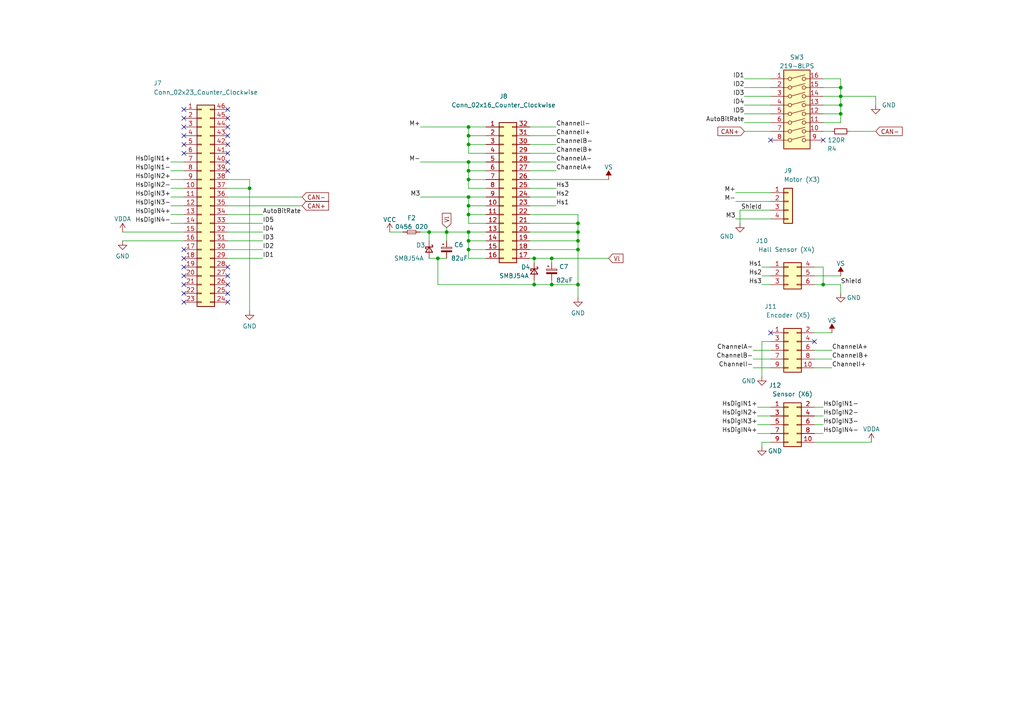
<source format=kicad_sch>
(kicad_sch (version 20211123) (generator eeschema)
  (paper "A4")
  (lib_symbols
    (symbol "Connector_Generic:Conn_01x04" (pin_names (offset 1.016) hide)
      (property "Reference" "J" (at 0 5.08 0))
      (property "Value" "Conn_01x04" (at 0 -7.62 0))
      (symbol "Conn_01x04_1_1"
        (rectangle (start -1.27 -4.953) (end 0 -5.207) (stroke (width 0.1524)))
        (rectangle (start -1.27 -2.413) (end 0 -2.667) (stroke (width 0.1524)))
        (rectangle (start -1.27 0.127) (end 0 -0.127) (stroke (width 0.1524)))
        (rectangle (start -1.27 2.667) (end 0 2.413) (stroke (width 0.1524)))
        (rectangle (start -1.27 3.81) (end 1.27 -6.35) (stroke (width 0.254)) (fill (type background)))
        (pin passive line (at -5.08 2.54 0) (length 3.81) (name "Pin_1") (number "1"))
        (pin passive line (at -5.08 0 0) (length 3.81) (name "Pin_2") (number "2"))
        (pin passive line (at -5.08 -2.54 0) (length 3.81) (name "Pin_3") (number "3"))
        (pin passive line (at -5.08 -5.08 0) (length 3.81) (name "Pin_4") (number "4"))
      )
    )
    (symbol "Connector_Generic:Conn_02x03_Top_Bottom" (pin_names (offset 1.016) hide)
      (property "Reference" "J" (at 1.27 5.08 0))
      (property "Value" "Conn_02x03_Top_Bottom" (at 1.27 -5.08 0))
      (symbol "Conn_02x03_Top_Bottom_1_1"
        (rectangle (start -1.27 -2.413) (end 0 -2.667) (stroke (width 0.1524)))
        (rectangle (start -1.27 0.127) (end 0 -0.127) (stroke (width 0.1524)))
        (rectangle (start -1.27 2.667) (end 0 2.413) (stroke (width 0.1524)))
        (rectangle (start -1.27 3.81) (end 3.81 -3.81) (stroke (width 0.254)) (fill (type background)))
        (rectangle (start 3.81 -2.413) (end 2.54 -2.667) (stroke (width 0.1524)))
        (rectangle (start 3.81 0.127) (end 2.54 -0.127) (stroke (width 0.1524)))
        (rectangle (start 3.81 2.667) (end 2.54 2.413) (stroke (width 0.1524)))
        (pin passive line (at -5.08 2.54 0) (length 3.81) (name "Pin_1") (number "1"))
        (pin passive line (at -5.08 0 0) (length 3.81) (name "Pin_2") (number "2"))
        (pin passive line (at -5.08 -2.54 0) (length 3.81) (name "Pin_3") (number "3"))
        (pin passive line (at 7.62 2.54 180) (length 3.81) (name "Pin_4") (number "4"))
        (pin passive line (at 7.62 0 180) (length 3.81) (name "Pin_5") (number "5"))
        (pin passive line (at 7.62 -2.54 180) (length 3.81) (name "Pin_6") (number "6"))
      )
    )
    (symbol "Connector_Generic:Conn_02x05_Odd_Even" (pin_names (offset 1.016) hide)
      (property "Reference" "J" (at 1.27 7.62 0))
      (property "Value" "Conn_02x05_Odd_Even" (at 1.27 -7.62 0))
      (symbol "Conn_02x05_Odd_Even_1_1"
        (rectangle (start -1.27 -4.953) (end 0 -5.207) (stroke (width 0.1524)))
        (rectangle (start -1.27 -2.413) (end 0 -2.667) (stroke (width 0.1524)))
        (rectangle (start -1.27 0.127) (end 0 -0.127) (stroke (width 0.1524)))
        (rectangle (start -1.27 2.667) (end 0 2.413) (stroke (width 0.1524)))
        (rectangle (start -1.27 5.207) (end 0 4.953) (stroke (width 0.1524)))
        (rectangle (start -1.27 6.35) (end 3.81 -6.35) (stroke (width 0.254)) (fill (type background)))
        (rectangle (start 3.81 -4.953) (end 2.54 -5.207) (stroke (width 0.1524)))
        (rectangle (start 3.81 -2.413) (end 2.54 -2.667) (stroke (width 0.1524)))
        (rectangle (start 3.81 0.127) (end 2.54 -0.127) (stroke (width 0.1524)))
        (rectangle (start 3.81 2.667) (end 2.54 2.413) (stroke (width 0.1524)))
        (rectangle (start 3.81 5.207) (end 2.54 4.953) (stroke (width 0.1524)))
        (pin passive line (at -5.08 5.08 0) (length 3.81) (name "Pin_1") (number "1"))
        (pin passive line (at 7.62 -5.08 180) (length 3.81) (name "Pin_10") (number "10"))
        (pin passive line (at 7.62 5.08 180) (length 3.81) (name "Pin_2") (number "2"))
        (pin passive line (at -5.08 2.54 0) (length 3.81) (name "Pin_3") (number "3"))
        (pin passive line (at 7.62 2.54 180) (length 3.81) (name "Pin_4") (number "4"))
        (pin passive line (at -5.08 0 0) (length 3.81) (name "Pin_5") (number "5"))
        (pin passive line (at 7.62 0 180) (length 3.81) (name "Pin_6") (number "6"))
        (pin passive line (at -5.08 -2.54 0) (length 3.81) (name "Pin_7") (number "7"))
        (pin passive line (at 7.62 -2.54 180) (length 3.81) (name "Pin_8") (number "8"))
        (pin passive line (at -5.08 -5.08 0) (length 3.81) (name "Pin_9") (number "9"))
      )
    )
    (symbol "Connector_Generic:Conn_02x16_Counter_Clockwise" (pin_names (offset 1.016) hide)
      (property "Reference" "J" (at 1.27 20.32 0))
      (property "Value" "Conn_02x16_Counter_Clockwise" (at 1.27 -22.86 0))
      (symbol "Conn_02x16_Counter_Clockwise_1_1"
        (rectangle (start -1.27 -20.193) (end 0 -20.447) (stroke (width 0.1524)))
        (rectangle (start -1.27 -17.653) (end 0 -17.907) (stroke (width 0.1524)))
        (rectangle (start -1.27 -15.113) (end 0 -15.367) (stroke (width 0.1524)))
        (rectangle (start -1.27 -12.573) (end 0 -12.827) (stroke (width 0.1524)))
        (rectangle (start -1.27 -10.033) (end 0 -10.287) (stroke (width 0.1524)))
        (rectangle (start -1.27 -7.493) (end 0 -7.747) (stroke (width 0.1524)))
        (rectangle (start -1.27 -4.953) (end 0 -5.207) (stroke (width 0.1524)))
        (rectangle (start -1.27 -2.413) (end 0 -2.667) (stroke (width 0.1524)))
        (rectangle (start -1.27 0.127) (end 0 -0.127) (stroke (width 0.1524)))
        (rectangle (start -1.27 2.667) (end 0 2.413) (stroke (width 0.1524)))
        (rectangle (start -1.27 5.207) (end 0 4.953) (stroke (width 0.1524)))
        (rectangle (start -1.27 7.747) (end 0 7.493) (stroke (width 0.1524)))
        (rectangle (start -1.27 10.287) (end 0 10.033) (stroke (width 0.1524)))
        (rectangle (start -1.27 12.827) (end 0 12.573) (stroke (width 0.1524)))
        (rectangle (start -1.27 15.367) (end 0 15.113) (stroke (width 0.1524)))
        (rectangle (start -1.27 17.907) (end 0 17.653) (stroke (width 0.1524)))
        (rectangle (start -1.27 19.05) (end 3.81 -21.59) (stroke (width 0.254)) (fill (type background)))
        (rectangle (start 3.81 -20.193) (end 2.54 -20.447) (stroke (width 0.1524)))
        (rectangle (start 3.81 -17.653) (end 2.54 -17.907) (stroke (width 0.1524)))
        (rectangle (start 3.81 -15.113) (end 2.54 -15.367) (stroke (width 0.1524)))
        (rectangle (start 3.81 -12.573) (end 2.54 -12.827) (stroke (width 0.1524)))
        (rectangle (start 3.81 -10.033) (end 2.54 -10.287) (stroke (width 0.1524)))
        (rectangle (start 3.81 -7.493) (end 2.54 -7.747) (stroke (width 0.1524)))
        (rectangle (start 3.81 -4.953) (end 2.54 -5.207) (stroke (width 0.1524)))
        (rectangle (start 3.81 -2.413) (end 2.54 -2.667) (stroke (width 0.1524)))
        (rectangle (start 3.81 0.127) (end 2.54 -0.127) (stroke (width 0.1524)))
        (rectangle (start 3.81 2.667) (end 2.54 2.413) (stroke (width 0.1524)))
        (rectangle (start 3.81 5.207) (end 2.54 4.953) (stroke (width 0.1524)))
        (rectangle (start 3.81 7.747) (end 2.54 7.493) (stroke (width 0.1524)))
        (rectangle (start 3.81 10.287) (end 2.54 10.033) (stroke (width 0.1524)))
        (rectangle (start 3.81 12.827) (end 2.54 12.573) (stroke (width 0.1524)))
        (rectangle (start 3.81 15.367) (end 2.54 15.113) (stroke (width 0.1524)))
        (rectangle (start 3.81 17.907) (end 2.54 17.653) (stroke (width 0.1524)))
        (pin passive line (at -5.08 17.78 0) (length 3.81) (name "Pin_1") (number "1"))
        (pin passive line (at -5.08 -5.08 0) (length 3.81) (name "Pin_10") (number "10"))
        (pin passive line (at -5.08 -7.62 0) (length 3.81) (name "Pin_11") (number "11"))
        (pin passive line (at -5.08 -10.16 0) (length 3.81) (name "Pin_12") (number "12"))
        (pin passive line (at -5.08 -12.7 0) (length 3.81) (name "Pin_13") (number "13"))
        (pin passive line (at -5.08 -15.24 0) (length 3.81) (name "Pin_14") (number "14"))
        (pin passive line (at -5.08 -17.78 0) (length 3.81) (name "Pin_15") (number "15"))
        (pin passive line (at -5.08 -20.32 0) (length 3.81) (name "Pin_16") (number "16"))
        (pin passive line (at 7.62 -20.32 180) (length 3.81) (name "Pin_17") (number "17"))
        (pin passive line (at 7.62 -17.78 180) (length 3.81) (name "Pin_18") (number "18"))
        (pin passive line (at 7.62 -15.24 180) (length 3.81) (name "Pin_19") (number "19"))
        (pin passive line (at -5.08 15.24 0) (length 3.81) (name "Pin_2") (number "2"))
        (pin passive line (at 7.62 -12.7 180) (length 3.81) (name "Pin_20") (number "20"))
        (pin passive line (at 7.62 -10.16 180) (length 3.81) (name "Pin_21") (number "21"))
        (pin passive line (at 7.62 -7.62 180) (length 3.81) (name "Pin_22") (number "22"))
        (pin passive line (at 7.62 -5.08 180) (length 3.81) (name "Pin_23") (number "23"))
        (pin passive line (at 7.62 -2.54 180) (length 3.81) (name "Pin_24") (number "24"))
        (pin passive line (at 7.62 0 180) (length 3.81) (name "Pin_25") (number "25"))
        (pin passive line (at 7.62 2.54 180) (length 3.81) (name "Pin_26") (number "26"))
        (pin passive line (at 7.62 5.08 180) (length 3.81) (name "Pin_27") (number "27"))
        (pin passive line (at 7.62 7.62 180) (length 3.81) (name "Pin_28") (number "28"))
        (pin passive line (at 7.62 10.16 180) (length 3.81) (name "Pin_29") (number "29"))
        (pin passive line (at -5.08 12.7 0) (length 3.81) (name "Pin_3") (number "3"))
        (pin passive line (at 7.62 12.7 180) (length 3.81) (name "Pin_30") (number "30"))
        (pin passive line (at 7.62 15.24 180) (length 3.81) (name "Pin_31") (number "31"))
        (pin passive line (at 7.62 17.78 180) (length 3.81) (name "Pin_32") (number "32"))
        (pin passive line (at -5.08 10.16 0) (length 3.81) (name "Pin_4") (number "4"))
        (pin passive line (at -5.08 7.62 0) (length 3.81) (name "Pin_5") (number "5"))
        (pin passive line (at -5.08 5.08 0) (length 3.81) (name "Pin_6") (number "6"))
        (pin passive line (at -5.08 2.54 0) (length 3.81) (name "Pin_7") (number "7"))
        (pin passive line (at -5.08 0 0) (length 3.81) (name "Pin_8") (number "8"))
        (pin passive line (at -5.08 -2.54 0) (length 3.81) (name "Pin_9") (number "9"))
      )
    )
    (symbol "Connector_Generic:Conn_02x23_Counter_Clockwise" (pin_names (offset 1.016) hide)
      (property "Reference" "J" (at 1.27 30.48 0))
      (property "Value" "Conn_02x23_Counter_Clockwise" (at 1.27 -30.48 0))
      (symbol "Conn_02x23_Counter_Clockwise_1_1"
        (rectangle (start -1.27 -27.813) (end 0 -28.067) (stroke (width 0.1524)))
        (rectangle (start -1.27 -25.273) (end 0 -25.527) (stroke (width 0.1524)))
        (rectangle (start -1.27 -22.733) (end 0 -22.987) (stroke (width 0.1524)))
        (rectangle (start -1.27 -20.193) (end 0 -20.447) (stroke (width 0.1524)))
        (rectangle (start -1.27 -17.653) (end 0 -17.907) (stroke (width 0.1524)))
        (rectangle (start -1.27 -15.113) (end 0 -15.367) (stroke (width 0.1524)))
        (rectangle (start -1.27 -12.573) (end 0 -12.827) (stroke (width 0.1524)))
        (rectangle (start -1.27 -10.033) (end 0 -10.287) (stroke (width 0.1524)))
        (rectangle (start -1.27 -7.493) (end 0 -7.747) (stroke (width 0.1524)))
        (rectangle (start -1.27 -4.953) (end 0 -5.207) (stroke (width 0.1524)))
        (rectangle (start -1.27 -2.413) (end 0 -2.667) (stroke (width 0.1524)))
        (rectangle (start -1.27 0.127) (end 0 -0.127) (stroke (width 0.1524)))
        (rectangle (start -1.27 2.667) (end 0 2.413) (stroke (width 0.1524)))
        (rectangle (start -1.27 5.207) (end 0 4.953) (stroke (width 0.1524)))
        (rectangle (start -1.27 7.747) (end 0 7.493) (stroke (width 0.1524)))
        (rectangle (start -1.27 10.287) (end 0 10.033) (stroke (width 0.1524)))
        (rectangle (start -1.27 12.827) (end 0 12.573) (stroke (width 0.1524)))
        (rectangle (start -1.27 15.367) (end 0 15.113) (stroke (width 0.1524)))
        (rectangle (start -1.27 17.907) (end 0 17.653) (stroke (width 0.1524)))
        (rectangle (start -1.27 20.447) (end 0 20.193) (stroke (width 0.1524)))
        (rectangle (start -1.27 22.987) (end 0 22.733) (stroke (width 0.1524)))
        (rectangle (start -1.27 25.527) (end 0 25.273) (stroke (width 0.1524)))
        (rectangle (start -1.27 28.067) (end 0 27.813) (stroke (width 0.1524)))
        (rectangle (start -1.27 29.21) (end 3.81 -29.21) (stroke (width 0.254)) (fill (type background)))
        (rectangle (start 3.81 -27.813) (end 2.54 -28.067) (stroke (width 0.1524)))
        (rectangle (start 3.81 -25.273) (end 2.54 -25.527) (stroke (width 0.1524)))
        (rectangle (start 3.81 -22.733) (end 2.54 -22.987) (stroke (width 0.1524)))
        (rectangle (start 3.81 -20.193) (end 2.54 -20.447) (stroke (width 0.1524)))
        (rectangle (start 3.81 -17.653) (end 2.54 -17.907) (stroke (width 0.1524)))
        (rectangle (start 3.81 -15.113) (end 2.54 -15.367) (stroke (width 0.1524)))
        (rectangle (start 3.81 -12.573) (end 2.54 -12.827) (stroke (width 0.1524)))
        (rectangle (start 3.81 -10.033) (end 2.54 -10.287) (stroke (width 0.1524)))
        (rectangle (start 3.81 -7.493) (end 2.54 -7.747) (stroke (width 0.1524)))
        (rectangle (start 3.81 -4.953) (end 2.54 -5.207) (stroke (width 0.1524)))
        (rectangle (start 3.81 -2.413) (end 2.54 -2.667) (stroke (width 0.1524)))
        (rectangle (start 3.81 0.127) (end 2.54 -0.127) (stroke (width 0.1524)))
        (rectangle (start 3.81 2.667) (end 2.54 2.413) (stroke (width 0.1524)))
        (rectangle (start 3.81 5.207) (end 2.54 4.953) (stroke (width 0.1524)))
        (rectangle (start 3.81 7.747) (end 2.54 7.493) (stroke (width 0.1524)))
        (rectangle (start 3.81 10.287) (end 2.54 10.033) (stroke (width 0.1524)))
        (rectangle (start 3.81 12.827) (end 2.54 12.573) (stroke (width 0.1524)))
        (rectangle (start 3.81 15.367) (end 2.54 15.113) (stroke (width 0.1524)))
        (rectangle (start 3.81 17.907) (end 2.54 17.653) (stroke (width 0.1524)))
        (rectangle (start 3.81 20.447) (end 2.54 20.193) (stroke (width 0.1524)))
        (rectangle (start 3.81 22.987) (end 2.54 22.733) (stroke (width 0.1524)))
        (rectangle (start 3.81 25.527) (end 2.54 25.273) (stroke (width 0.1524)))
        (rectangle (start 3.81 28.067) (end 2.54 27.813) (stroke (width 0.1524)))
        (pin passive line (at -5.08 27.94 0) (length 3.81) (name "Pin_1") (number "1"))
        (pin passive line (at -5.08 5.08 0) (length 3.81) (name "Pin_10") (number "10"))
        (pin passive line (at -5.08 2.54 0) (length 3.81) (name "Pin_11") (number "11"))
        (pin passive line (at -5.08 0 0) (length 3.81) (name "Pin_12") (number "12"))
        (pin passive line (at -5.08 -2.54 0) (length 3.81) (name "Pin_13") (number "13"))
        (pin passive line (at -5.08 -5.08 0) (length 3.81) (name "Pin_14") (number "14"))
        (pin passive line (at -5.08 -7.62 0) (length 3.81) (name "Pin_15") (number "15"))
        (pin passive line (at -5.08 -10.16 0) (length 3.81) (name "Pin_16") (number "16"))
        (pin passive line (at -5.08 -12.7 0) (length 3.81) (name "Pin_17") (number "17"))
        (pin passive line (at -5.08 -15.24 0) (length 3.81) (name "Pin_18") (number "18"))
        (pin passive line (at -5.08 -17.78 0) (length 3.81) (name "Pin_19") (number "19"))
        (pin passive line (at -5.08 25.4 0) (length 3.81) (name "Pin_2") (number "2"))
        (pin passive line (at -5.08 -20.32 0) (length 3.81) (name "Pin_20") (number "20"))
        (pin passive line (at -5.08 -22.86 0) (length 3.81) (name "Pin_21") (number "21"))
        (pin passive line (at -5.08 -25.4 0) (length 3.81) (name "Pin_22") (number "22"))
        (pin passive line (at -5.08 -27.94 0) (length 3.81) (name "Pin_23") (number "23"))
        (pin passive line (at 7.62 -27.94 180) (length 3.81) (name "Pin_24") (number "24"))
        (pin passive line (at 7.62 -25.4 180) (length 3.81) (name "Pin_25") (number "25"))
        (pin passive line (at 7.62 -22.86 180) (length 3.81) (name "Pin_26") (number "26"))
        (pin passive line (at 7.62 -20.32 180) (length 3.81) (name "Pin_27") (number "27"))
        (pin passive line (at 7.62 -17.78 180) (length 3.81) (name "Pin_28") (number "28"))
        (pin passive line (at 7.62 -15.24 180) (length 3.81) (name "Pin_29") (number "29"))
        (pin passive line (at -5.08 22.86 0) (length 3.81) (name "Pin_3") (number "3"))
        (pin passive line (at 7.62 -12.7 180) (length 3.81) (name "Pin_30") (number "30"))
        (pin passive line (at 7.62 -10.16 180) (length 3.81) (name "Pin_31") (number "31"))
        (pin passive line (at 7.62 -7.62 180) (length 3.81) (name "Pin_32") (number "32"))
        (pin passive line (at 7.62 -5.08 180) (length 3.81) (name "Pin_33") (number "33"))
        (pin passive line (at 7.62 -2.54 180) (length 3.81) (name "Pin_34") (number "34"))
        (pin passive line (at 7.62 0 180) (length 3.81) (name "Pin_35") (number "35"))
        (pin passive line (at 7.62 2.54 180) (length 3.81) (name "Pin_36") (number "36"))
        (pin passive line (at 7.62 5.08 180) (length 3.81) (name "Pin_37") (number "37"))
        (pin passive line (at 7.62 7.62 180) (length 3.81) (name "Pin_38") (number "38"))
        (pin passive line (at 7.62 10.16 180) (length 3.81) (name "Pin_39") (number "39"))
        (pin passive line (at -5.08 20.32 0) (length 3.81) (name "Pin_4") (number "4"))
        (pin passive line (at 7.62 12.7 180) (length 3.81) (name "Pin_40") (number "40"))
        (pin passive line (at 7.62 15.24 180) (length 3.81) (name "Pin_41") (number "41"))
        (pin passive line (at 7.62 17.78 180) (length 3.81) (name "Pin_42") (number "42"))
        (pin passive line (at 7.62 20.32 180) (length 3.81) (name "Pin_43") (number "43"))
        (pin passive line (at 7.62 22.86 180) (length 3.81) (name "Pin_44") (number "44"))
        (pin passive line (at 7.62 25.4 180) (length 3.81) (name "Pin_45") (number "45"))
        (pin passive line (at 7.62 27.94 180) (length 3.81) (name "Pin_46") (number "46"))
        (pin passive line (at -5.08 17.78 0) (length 3.81) (name "Pin_5") (number "5"))
        (pin passive line (at -5.08 15.24 0) (length 3.81) (name "Pin_6") (number "6"))
        (pin passive line (at -5.08 12.7 0) (length 3.81) (name "Pin_7") (number "7"))
        (pin passive line (at -5.08 10.16 0) (length 3.81) (name "Pin_8") (number "8"))
        (pin passive line (at -5.08 7.62 0) (length 3.81) (name "Pin_9") (number "9"))
      )
    )
    (symbol "Device:C_Polarized_Small" (pin_numbers hide) (pin_names (offset 0.254) hide)
      (property "Reference" "C" (at 0.254 1.778 0))
      (property "Value" "C_Polarized_Small" (at 0.254 -2.032 0))
      (symbol "C_Polarized_Small_0_1"
        (rectangle (start -1.524 -0.3048) (end 1.524 -0.6858) (fill (type outline)))
        (rectangle (start -1.524 0.6858) (end 1.524 0.3048))
        (polyline (pts (xy -1.27 1.524) (xy -0.762 1.524)))
        (polyline (pts (xy -1.016 1.27) (xy -1.016 1.778)))
      )
      (symbol "C_Polarized_Small_1_1"
        (pin passive line (at 0 2.54 270) (length 1.8542) (name "~") (number "1"))
        (pin passive line (at 0 -2.54 90) (length 1.8542) (name "~") (number "2"))
      )
    )
    (symbol "Device:D_Schottky_Small" (pin_numbers hide) (pin_names (offset 0.254) hide)
      (property "Reference" "D" (at -1.27 2.032 0))
      (property "Value" "D_Schottky_Small" (at -7.112 -2.032 0))
      (symbol "D_Schottky_Small_0_1"
        (polyline (pts (xy -0.762 0) (xy 0.762 0)))
        (polyline (pts (xy 0.762 -1.016) (xy -0.762 0) (xy 0.762 1.016) (xy 0.762 -1.016)) (stroke (width 0.254)))
        (polyline (pts (xy -1.27 0.762) (xy -1.27 1.016) (xy -0.762 1.016) (xy -0.762 -1.016) (xy -0.254 -1.016) (xy -0.254 -0.762)) (stroke (width 0.254)))
      )
      (symbol "D_Schottky_Small_1_1"
        (pin passive line (at -2.54 0 0) (length 1.778) (name "K") (number "1"))
        (pin passive line (at 2.54 0 180) (length 1.778) (name "A") (number "2"))
      )
    )
    (symbol "Device:Fuse_Small" (pin_numbers hide) (pin_names (offset 0.254) hide)
      (property "Reference" "F" (at 0 -1.524 0))
      (property "Value" "Fuse_Small" (at 0 1.524 0))
      (symbol "Fuse_Small_0_1"
        (rectangle (start -1.27 0.508) (end 1.27 -0.508))
        (polyline (pts (xy -1.27 0) (xy 1.27 0)))
      )
      (symbol "Fuse_Small_1_1"
        (pin passive line (at -2.54 0 0) (length 1.27) (name "~") (number "1"))
        (pin passive line (at 2.54 0 180) (length 1.27) (name "~") (number "2"))
      )
    )
    (symbol "Device:R_Small" (pin_numbers hide) (pin_names (offset 0.254) hide)
      (property "Reference" "R" (at 0.762 0.508 0))
      (property "Value" "R_Small" (at 0.762 -1.016 0))
      (symbol "R_Small_0_1"
        (rectangle (start -0.762 1.778) (end 0.762 -1.778) (stroke (width 0.2032)))
      )
      (symbol "R_Small_1_1"
        (pin passive line (at 0 2.54 270) (length 0.762) (name "~") (number "1"))
        (pin passive line (at 0 -2.54 90) (length 0.762) (name "~") (number "2"))
      )
    )
    (symbol "Switch:SW_DIP_x08" (pin_names (offset 0) hide)
      (property "Reference" "SW" (at 0 13.97 0))
      (property "Value" "SW_DIP_x08" (at 0 -11.43 0))
      (symbol "SW_DIP_x08_0_0"
        (circle (center -2.032 -7.62) (radius 0.508))
        (circle (center -2.032 -5.08) (radius 0.508))
        (circle (center -2.032 -2.54) (radius 0.508))
        (circle (center -2.032 0) (radius 0.508))
        (circle (center -2.032 2.54) (radius 0.508))
        (circle (center -2.032 5.08) (radius 0.508))
        (circle (center -2.032 7.62) (radius 0.508))
        (circle (center -2.032 10.16) (radius 0.508))
        (polyline (pts (xy -1.524 -7.4676) (xy 2.3622 -6.4262)))
        (polyline (pts (xy -1.524 -4.9276) (xy 2.3622 -3.8862)))
        (polyline (pts (xy -1.524 -2.3876) (xy 2.3622 -1.3462)))
        (polyline (pts (xy -1.524 0.127) (xy 2.3622 1.1684)))
        (polyline (pts (xy -1.524 2.667) (xy 2.3622 3.7084)))
        (polyline (pts (xy -1.524 5.207) (xy 2.3622 6.2484)))
        (polyline (pts (xy -1.524 7.747) (xy 2.3622 8.7884)))
        (polyline (pts (xy -1.524 10.287) (xy 2.3622 11.3284)))
        (circle (center 2.032 -7.62) (radius 0.508))
        (circle (center 2.032 -5.08) (radius 0.508))
        (circle (center 2.032 -2.54) (radius 0.508))
        (circle (center 2.032 0) (radius 0.508))
        (circle (center 2.032 2.54) (radius 0.508))
        (circle (center 2.032 5.08) (radius 0.508))
        (circle (center 2.032 7.62) (radius 0.508))
        (circle (center 2.032 10.16) (radius 0.508))
      )
      (symbol "SW_DIP_x08_0_1"
        (rectangle (start -3.81 12.7) (end 3.81 -10.16) (stroke (width 0.254)) (fill (type background)))
      )
      (symbol "SW_DIP_x08_1_1"
        (pin passive line (at -7.62 10.16 0) (length 5.08) (name "~") (number "1"))
        (pin passive line (at 7.62 -5.08 180) (length 5.08) (name "~") (number "10"))
        (pin passive line (at 7.62 -2.54 180) (length 5.08) (name "~") (number "11"))
        (pin passive line (at 7.62 0 180) (length 5.08) (name "~") (number "12"))
        (pin passive line (at 7.62 2.54 180) (length 5.08) (name "~") (number "13"))
        (pin passive line (at 7.62 5.08 180) (length 5.08) (name "~") (number "14"))
        (pin passive line (at 7.62 7.62 180) (length 5.08) (name "~") (number "15"))
        (pin passive line (at 7.62 10.16 180) (length 5.08) (name "~") (number "16"))
        (pin passive line (at -7.62 7.62 0) (length 5.08) (name "~") (number "2"))
        (pin passive line (at -7.62 5.08 0) (length 5.08) (name "~") (number "3"))
        (pin passive line (at -7.62 2.54 0) (length 5.08) (name "~") (number "4"))
        (pin passive line (at -7.62 0 0) (length 5.08) (name "~") (number "5"))
        (pin passive line (at -7.62 -2.54 0) (length 5.08) (name "~") (number "6"))
        (pin passive line (at -7.62 -5.08 0) (length 5.08) (name "~") (number "7"))
        (pin passive line (at -7.62 -7.62 0) (length 5.08) (name "~") (number "8"))
        (pin passive line (at 7.62 -7.62 180) (length 5.08) (name "~") (number "9"))
      )
    )
    (symbol "power:GND" (power) (pin_names (offset 0))
      (property "Value" "GND" (at 0 -3.81 0))
      (symbol "GND_0_1"
        (polyline (pts (xy 0 0) (xy 0 -1.27) (xy 1.27 -1.27) (xy 0 -2.54) (xy -1.27 -1.27) (xy 0 -1.27)))
      )
      (symbol "GND_1_1"
        (pin power_in line (at 0 0 270) (length 0) hide (name "GND") (number "1"))
      )
    )
    (symbol "power:VCC" (power) (pin_names (offset 0))
      (property "Value" "VCC" (at 0 3.81 0))
      (symbol "VCC_0_1"
        (polyline (pts (xy -0.762 1.27) (xy 0 2.54)))
        (polyline (pts (xy 0 0) (xy 0 2.54)))
        (polyline (pts (xy 0 2.54) (xy 0.762 1.27)))
      )
      (symbol "VCC_1_1"
        (pin power_in line (at 0 0 90) (length 0) hide (name "VCC") (number "1"))
      )
    )
    (symbol "power:VDDA" (power) (pin_names (offset 0))
      (property "Value" "VDDA" (at 0 3.81 0))
      (symbol "VDDA_0_1"
        (polyline (pts (xy -0.762 1.27) (xy 0 2.54)))
        (polyline (pts (xy 0 0) (xy 0 2.54)))
        (polyline (pts (xy 0 2.54) (xy 0.762 1.27)))
      )
      (symbol "VDDA_1_1"
        (pin power_in line (at 0 0 90) (length 0) hide (name "VDDA") (number "1"))
      )
    )
    (symbol "power:VS" (power) (pin_names (offset 0))
      (property "Value" "VS" (at 0 3.81 0))
      (symbol "VS_0_1"
        (polyline (pts (xy 0 0) (xy 0 2.54)))
        (polyline (pts (xy 0.762 1.27) (xy -0.762 1.27) (xy 0 2.54) (xy 0.762 1.27)) (fill (type outline)))
      )
      (symbol "VS_1_1"
        (pin power_in line (at 0 0 90) (length 0) hide (name "VS") (number "1"))
      )
    )
  )
  (junction (at 167.64 72.39))
  (junction (at 129.54 67.31))
  (junction (at 167.64 64.77))
  (junction (at 243.84 27.94))
  (junction (at 127 74.93))
  (junction (at 160.02 82.55))
  (junction (at 243.84 33.02))
  (junction (at 243.84 25.4))
  (junction (at 238.76 82.55))
  (junction (at 154.94 74.93))
  (junction (at 167.64 67.31))
  (junction (at 135.89 62.23))
  (junction (at 135.89 59.69))
  (junction (at 135.89 52.07))
  (junction (at 135.89 67.31))
  (junction (at 160.02 74.93))
  (junction (at 167.64 82.55))
  (junction (at 135.89 46.99))
  (junction (at 124.46 67.31))
  (junction (at 72.39 54.61))
  (junction (at 135.89 69.85))
  (junction (at 243.84 30.48))
  (junction (at 135.89 39.37))
  (junction (at 135.89 72.39))
  (junction (at 154.94 82.55))
  (junction (at 135.89 49.53))
  (junction (at 167.64 69.85))
  (junction (at 135.89 36.83))
  (junction (at 135.89 41.91))
  (junction (at 135.89 57.15))
  (no_connect (at 53.34 82.55))
  (no_connect (at 53.34 85.09))
  (no_connect (at 223.52 40.64))
  (no_connect (at 66.04 80.01))
  (no_connect (at 66.04 85.09))
  (no_connect (at 66.04 77.47))
  (no_connect (at 66.04 82.55))
  (no_connect (at 66.04 87.63))
  (no_connect (at 53.34 87.63))
  (no_connect (at 53.34 72.39))
  (no_connect (at 236.22 99.06))
  (no_connect (at 53.34 41.91))
  (no_connect (at 53.34 44.45))
  (no_connect (at 53.34 36.83))
  (no_connect (at 53.34 39.37))
  (no_connect (at 53.34 31.75))
  (no_connect (at 53.34 34.29))
  (no_connect (at 238.76 40.64))
  (no_connect (at 53.34 80.01))
  (no_connect (at 223.52 96.52))
  (no_connect (at 53.34 74.93))
  (no_connect (at 53.34 77.47))
  (no_connect (at 66.04 46.99))
  (no_connect (at 66.04 49.53))
  (no_connect (at 66.04 41.91))
  (no_connect (at 66.04 36.83))
  (no_connect (at 66.04 39.37))
  (no_connect (at 66.04 34.29))
  (no_connect (at 66.04 44.45))
  (no_connect (at 66.04 31.75))
  (wire (pts (xy 76.2 69.85) (xy 66.04 69.85)))
  (wire (pts (xy 135.89 41.91) (xy 140.97 41.91)))
  (wire (pts (xy 220.98 82.55) (xy 223.52 82.55)))
  (wire (pts (xy 220.98 99.06) (xy 220.98 109.22)))
  (wire (pts (xy 160.02 74.93) (xy 176.53 74.93)))
  (wire (pts (xy 215.9 35.56) (xy 223.52 35.56)))
  (wire (pts (xy 153.67 36.83) (xy 161.29 36.83)))
  (wire (pts (xy 236.22 101.6) (xy 241.3 101.6)))
  (wire (pts (xy 243.84 33.02) (xy 243.84 35.56)))
  (wire (pts (xy 153.67 52.07) (xy 176.53 52.07)))
  (wire (pts (xy 72.39 54.61) (xy 72.39 90.17)))
  (wire (pts (xy 49.53 54.61) (xy 53.34 54.61)))
  (wire (pts (xy 135.89 59.69) (xy 135.89 57.15)))
  (wire (pts (xy 219.71 125.73) (xy 223.52 125.73)))
  (wire (pts (xy 220.98 128.27) (xy 220.98 129.54)))
  (wire (pts (xy 140.97 54.61) (xy 135.89 54.61)))
  (wire (pts (xy 213.36 55.88) (xy 223.52 55.88)))
  (wire (pts (xy 160.02 81.28) (xy 160.02 82.55)))
  (wire (pts (xy 238.76 77.47) (xy 238.76 82.55)))
  (wire (pts (xy 213.36 63.5) (xy 223.52 63.5)))
  (wire (pts (xy 243.84 82.55) (xy 243.84 85.09)))
  (wire (pts (xy 238.76 82.55) (xy 243.84 82.55)))
  (wire (pts (xy 135.89 72.39) (xy 140.97 72.39)))
  (wire (pts (xy 243.84 30.48) (xy 243.84 33.02)))
  (wire (pts (xy 219.71 118.11) (xy 223.52 118.11)))
  (wire (pts (xy 153.67 39.37) (xy 161.29 39.37)))
  (wire (pts (xy 135.89 49.53) (xy 140.97 49.53)))
  (wire (pts (xy 160.02 82.55) (xy 167.64 82.55)))
  (wire (pts (xy 154.94 74.93) (xy 160.02 74.93)))
  (wire (pts (xy 219.71 123.19) (xy 223.52 123.19)))
  (wire (pts (xy 154.94 82.55) (xy 160.02 82.55)))
  (wire (pts (xy 153.67 74.93) (xy 154.94 74.93)))
  (wire (pts (xy 127 74.93) (xy 127 82.55)))
  (wire (pts (xy 238.76 38.1) (xy 241.3 38.1)))
  (wire (pts (xy 153.67 44.45) (xy 161.29 44.45)))
  (wire (pts (xy 124.46 67.31) (xy 129.54 67.31)))
  (wire (pts (xy 153.67 69.85) (xy 167.64 69.85)))
  (wire (pts (xy 66.04 54.61) (xy 72.39 54.61)))
  (wire (pts (xy 154.94 74.93) (xy 154.94 76.2)))
  (wire (pts (xy 135.89 62.23) (xy 140.97 62.23)))
  (wire (pts (xy 154.94 81.28) (xy 154.94 82.55)))
  (wire (pts (xy 124.46 67.31) (xy 124.46 69.85)))
  (wire (pts (xy 135.89 39.37) (xy 140.97 39.37)))
  (wire (pts (xy 135.89 54.61) (xy 135.89 52.07)))
  (wire (pts (xy 135.89 52.07) (xy 140.97 52.07)))
  (wire (pts (xy 246.38 38.1) (xy 254 38.1)))
  (wire (pts (xy 135.89 72.39) (xy 135.89 74.93)))
  (wire (pts (xy 72.39 54.61) (xy 72.39 52.07)))
  (wire (pts (xy 236.22 125.73) (xy 238.76 125.73)))
  (wire (pts (xy 238.76 118.11) (xy 236.22 118.11)))
  (wire (pts (xy 153.67 46.99) (xy 161.29 46.99)))
  (wire (pts (xy 49.53 49.53) (xy 53.34 49.53)))
  (wire (pts (xy 243.84 22.86) (xy 243.84 25.4)))
  (wire (pts (xy 140.97 64.77) (xy 135.89 64.77)))
  (wire (pts (xy 238.76 120.65) (xy 236.22 120.65)))
  (wire (pts (xy 236.22 123.19) (xy 238.76 123.19)))
  (wire (pts (xy 167.64 86.36) (xy 167.64 82.55)))
  (wire (pts (xy 124.46 74.93) (xy 127 74.93)))
  (wire (pts (xy 236.22 77.47) (xy 238.76 77.47)))
  (wire (pts (xy 135.89 59.69) (xy 140.97 59.69)))
  (wire (pts (xy 219.71 120.65) (xy 223.52 120.65)))
  (wire (pts (xy 135.89 57.15) (xy 140.97 57.15)))
  (wire (pts (xy 135.89 62.23) (xy 135.89 59.69)))
  (wire (pts (xy 243.84 35.56) (xy 238.76 35.56)))
  (wire (pts (xy 236.22 128.27) (xy 252.73 128.27)))
  (wire (pts (xy 66.04 59.69) (xy 87.63 59.69)))
  (wire (pts (xy 135.89 46.99) (xy 140.97 46.99)))
  (wire (pts (xy 215.9 22.86) (xy 223.52 22.86)))
  (wire (pts (xy 243.84 27.94) (xy 243.84 30.48)))
  (wire (pts (xy 243.84 25.4) (xy 243.84 27.94)))
  (wire (pts (xy 215.9 30.48) (xy 223.52 30.48)))
  (wire (pts (xy 238.76 30.48) (xy 243.84 30.48)))
  (wire (pts (xy 121.92 36.83) (xy 135.89 36.83)))
  (wire (pts (xy 218.44 104.14) (xy 223.52 104.14)))
  (wire (pts (xy 76.2 72.39) (xy 66.04 72.39)))
  (wire (pts (xy 243.84 27.94) (xy 254 27.94)))
  (wire (pts (xy 135.89 67.31) (xy 135.89 69.85)))
  (wire (pts (xy 49.53 57.15) (xy 53.34 57.15)))
  (wire (pts (xy 167.64 64.77) (xy 153.67 64.77)))
  (wire (pts (xy 135.89 52.07) (xy 135.89 49.53)))
  (wire (pts (xy 236.22 104.14) (xy 241.3 104.14)))
  (wire (pts (xy 135.89 49.53) (xy 135.89 46.99)))
  (wire (pts (xy 236.22 80.01) (xy 243.84 80.01)))
  (wire (pts (xy 238.76 25.4) (xy 243.84 25.4)))
  (wire (pts (xy 140.97 44.45) (xy 135.89 44.45)))
  (wire (pts (xy 153.67 57.15) (xy 161.29 57.15)))
  (wire (pts (xy 218.44 106.68) (xy 223.52 106.68)))
  (wire (pts (xy 153.67 49.53) (xy 161.29 49.53)))
  (wire (pts (xy 49.53 62.23) (xy 53.34 62.23)))
  (wire (pts (xy 236.22 106.68) (xy 241.3 106.68)))
  (wire (pts (xy 121.92 67.31) (xy 124.46 67.31)))
  (wire (pts (xy 121.92 57.15) (xy 135.89 57.15)))
  (wire (pts (xy 167.64 64.77) (xy 167.64 67.31)))
  (wire (pts (xy 167.64 67.31) (xy 153.67 67.31)))
  (wire (pts (xy 49.53 64.77) (xy 53.34 64.77)))
  (wire (pts (xy 220.98 77.47) (xy 223.52 77.47)))
  (wire (pts (xy 214.63 60.96) (xy 214.63 64.77)))
  (wire (pts (xy 129.54 67.31) (xy 135.89 67.31)))
  (wire (pts (xy 76.2 62.23) (xy 66.04 62.23)))
  (wire (pts (xy 135.89 64.77) (xy 135.89 62.23)))
  (wire (pts (xy 220.98 80.01) (xy 223.52 80.01)))
  (wire (pts (xy 236.22 82.55) (xy 238.76 82.55)))
  (wire (pts (xy 72.39 52.07) (xy 66.04 52.07)))
  (wire (pts (xy 167.64 72.39) (xy 167.64 82.55)))
  (wire (pts (xy 135.89 67.31) (xy 140.97 67.31)))
  (wire (pts (xy 135.89 69.85) (xy 140.97 69.85)))
  (wire (pts (xy 49.53 46.99) (xy 53.34 46.99)))
  (wire (pts (xy 135.89 39.37) (xy 135.89 36.83)))
  (wire (pts (xy 215.9 33.02) (xy 223.52 33.02)))
  (wire (pts (xy 153.67 54.61) (xy 161.29 54.61)))
  (wire (pts (xy 49.53 52.07) (xy 53.34 52.07)))
  (wire (pts (xy 140.97 74.93) (xy 135.89 74.93)))
  (wire (pts (xy 121.92 46.99) (xy 135.89 46.99)))
  (wire (pts (xy 153.67 41.91) (xy 161.29 41.91)))
  (wire (pts (xy 129.54 67.31) (xy 129.54 69.85)))
  (wire (pts (xy 66.04 57.15) (xy 87.63 57.15)))
  (wire (pts (xy 214.63 60.96) (xy 223.52 60.96)))
  (wire (pts (xy 127 82.55) (xy 154.94 82.55)))
  (wire (pts (xy 215.9 38.1) (xy 223.52 38.1)))
  (wire (pts (xy 153.67 72.39) (xy 167.64 72.39)))
  (wire (pts (xy 238.76 22.86) (xy 243.84 22.86)))
  (wire (pts (xy 135.89 69.85) (xy 135.89 72.39)))
  (wire (pts (xy 113.03 67.31) (xy 116.84 67.31)))
  (wire (pts (xy 76.2 64.77) (xy 66.04 64.77)))
  (wire (pts (xy 129.54 66.04) (xy 129.54 67.31)))
  (wire (pts (xy 213.36 58.42) (xy 223.52 58.42)))
  (wire (pts (xy 218.44 101.6) (xy 223.52 101.6)))
  (wire (pts (xy 76.2 74.93) (xy 66.04 74.93)))
  (wire (pts (xy 167.64 67.31) (xy 167.64 69.85)))
  (wire (pts (xy 161.29 59.69) (xy 153.67 59.69)))
  (wire (pts (xy 160.02 74.93) (xy 160.02 76.2)))
  (wire (pts (xy 254 27.94) (xy 254 30.48)))
  (wire (pts (xy 223.52 99.06) (xy 220.98 99.06)))
  (wire (pts (xy 127 74.93) (xy 129.54 74.93)))
  (wire (pts (xy 238.76 27.94) (xy 243.84 27.94)))
  (wire (pts (xy 167.64 62.23) (xy 167.64 64.77)))
  (wire (pts (xy 49.53 59.69) (xy 53.34 59.69)))
  (wire (pts (xy 135.89 36.83) (xy 140.97 36.83)))
  (wire (pts (xy 153.67 62.23) (xy 167.64 62.23)))
  (wire (pts (xy 35.56 67.31) (xy 53.34 67.31)))
  (wire (pts (xy 215.9 27.94) (xy 223.52 27.94)))
  (wire (pts (xy 35.56 69.85) (xy 53.34 69.85)))
  (wire (pts (xy 215.9 25.4) (xy 223.52 25.4)))
  (wire (pts (xy 76.2 67.31) (xy 66.04 67.31)))
  (wire (pts (xy 135.89 41.91) (xy 135.89 39.37)))
  (wire (pts (xy 135.89 44.45) (xy 135.89 41.91)))
  (wire (pts (xy 167.64 69.85) (xy 167.64 72.39)))
  (wire (pts (xy 238.76 33.02) (xy 243.84 33.02)))
  (wire (pts (xy 236.22 96.52) (xy 241.3 96.52)))
  (wire (pts (xy 220.98 128.27) (xy 223.52 128.27)))
  (label "ChannelA+" (at 241.3 101.6 0))
  (label "HsDigIN1+" (at 49.53 46.99 180))
  (label "Hs3" (at 161.29 54.61 0))
  (label "ChannelB-" (at 218.44 104.14 180))
  (label "ChannelI+" (at 161.29 39.37 0))
  (label "Hs2" (at 161.29 57.15 0))
  (label "AutoBitRate" (at 76.2 62.23 0))
  (label "M3" (at 213.36 63.5 180))
  (label "ChannelB+" (at 241.3 104.14 0))
  (label "ID4" (at 215.9 30.48 180))
  (label "HsDigIN2+" (at 49.53 52.07 180))
  (label "Hs3" (at 220.98 82.55 180))
  (label "ID2" (at 76.2 72.39 0))
  (label "HsDigIN3+" (at 49.53 57.15 180))
  (label "HsDigIN1-" (at 238.76 118.11 0))
  (label "Shield" (at 220.98 60.96 180))
  (label "ChannelI+" (at 241.3 106.68 0))
  (label "ID2" (at 215.9 25.4 180))
  (label "Hs2" (at 220.98 80.01 180))
  (label "HsDigIN4+" (at 219.71 125.73 180))
  (label "HsDigIN1-" (at 49.53 49.53 180))
  (label "HsDigIN2-" (at 49.53 54.61 180))
  (label "HsDigIN4-" (at 49.53 64.77 180))
  (label "ID3" (at 76.2 69.85 0))
  (label "ChannelB+" (at 161.29 44.45 0))
  (label "ChannelI-" (at 218.44 106.68 180))
  (label "AutoBitRate" (at 215.9 35.56 180))
  (label "M+" (at 213.36 55.88 180))
  (label "HsDigIN4+" (at 49.53 62.23 180))
  (label "HsDigIN3+" (at 219.71 123.19 180))
  (label "M+" (at 121.92 36.83 180))
  (label "HsDigIN3-" (at 49.53 59.69 180))
  (label "HsDigIN4-" (at 238.76 125.73 0))
  (label "ChannelA-" (at 161.29 46.99 0))
  (label "M3" (at 121.92 57.15 180))
  (label "ChannelA+" (at 161.29 49.53 0))
  (label "ID1" (at 215.9 22.86 180))
  (label "Hs1" (at 161.29 59.69 0))
  (label "Shield" (at 243.84 82.55 0))
  (label "M-" (at 121.92 46.99 180))
  (label "HsDigIN2-" (at 238.76 120.65 0))
  (label "HsDigIN3-" (at 238.76 123.19 0))
  (label "ID5" (at 76.2 64.77 0))
  (label "ID4" (at 76.2 67.31 0))
  (label "ChannelB-" (at 161.29 41.91 0))
  (label "HsDigIN1+" (at 219.71 118.11 180))
  (label "ChannelI-" (at 161.29 36.83 0))
  (label "M-" (at 213.36 58.42 180))
  (label "ID1" (at 76.2 74.93 0))
  (label "Hs1" (at 220.98 77.47 180))
  (label "HsDigIN2+" (at 219.71 120.65 180))
  (label "ChannelA-" (at 218.44 101.6 180))
  (label "ID3" (at 215.9 27.94 180))
  (label "ID5" (at 215.9 33.02 180))
  (global_label "CAN-" (shape input) (at 87.63 57.15 0) (property "Intersheet References" "${INTERSHEET_REFS}" (effects hide)))
  (global_label "Vl" (shape input) (at 176.53 74.93 0) (property "Intersheet References" "${INTERSHEET_REFS}" (effects hide)))
  (global_label "CAN+" (shape input) (at 87.63 59.69 0) (property "Intersheet References" "${INTERSHEET_REFS}" (effects hide)))
  (global_label "CAN-" (shape input) (at 254 38.1 0) (property "Intersheet References" "${INTERSHEET_REFS}" (effects hide)))
  (global_label "CAN+" (shape input) (at 215.9 38.1 180) (property "Intersheet References" "${INTERSHEET_REFS}" (effects hide)))
  (global_label "Vl" (shape input) (at 129.54 66.04 90) (property "Intersheet References" "${INTERSHEET_REFS}" (effects hide)))
  (symbol (lib_id "Connector_Generic:Conn_02x03_Top_Bottom") (at 228.6 80.01 0) (unit 1)
    (property "Reference" "J10" (at 220.98 69.85 0))
    (property "Value" "Hall Sensor (X4) " (at 228.6 72.39 0))
    (property "Footprint" "lib:43045-06_24,25,26_" (effects hide))
    (property "Datasheet" "https://www.molex.com/pdm_docs/ps/PS-43045.pdf" (effects hide))
  )
  (symbol (lib_id "power:GND") (at 214.63 64.77 0) (unit 1)
    (property "Reference" "#PWR024" (effects hide))
    (property "Value" "GND" (at 210.82 68.58 0))
  )
  (symbol (lib_id "Device:C_Polarized_Small") (at 160.02 78.74 0) (unit 1)
    (property "Reference" "C7" (at 162.179 77.3592 0) (effects (justify left)))
    (property "Value" "82uF" (at 161.29 81.28 0) (effects (justify left)))
    (property "Footprint" "lib:16SVPT560M" (effects hide))
  )
  (symbol (lib_id "power:VCC") (at 113.03 67.31 0) (unit 1)
    (property "Reference" "#PWR020" (effects hide))
    (property "Value" "VCC" (at 113.03 63.7342 0))
  )
  (symbol (lib_id "Connector_Generic:Conn_02x05_Odd_Even") (at 228.6 123.19 0) (unit 1)
    (property "Reference" "J12" (at 224.79 111.76 0))
    (property "Value" "Sensor (X6)" (at 229.87 114.3 0))
    (property "Footprint" "lib:MOLEX_5031541090" (effects hide))
  )
  (symbol (lib_id "Device:R_Small") (at 243.84 38.1 90) (unit 1)
    (property "Reference" "R4" (at 241.3 43.18 90))
    (property "Value" "120R" (at 242.57 40.64 90))
    (property "Footprint" "Resistor_SMD:R_0603_1608Metric_Pad0.98x0.95mm_HandSolder" (effects hide))
    (property "Datasheet" "https://www.koaspeer.com/pdfs/RN73.pdf" (effects hide))
  )
  (symbol (lib_id "power:VS") (at 176.53 52.07 0) (unit 1)
    (property "Reference" "#PWR022" (effects hide))
    (property "Value" "VS" (at 176.53 48.4942 0))
  )
  (symbol (lib_id "power:GND") (at 254 30.48 0) (unit 1)
    (property "Reference" "#PWR030" (effects hide))
    (property "Value" "GND" (at 257.81 30.48 0))
  )
  (symbol (lib_id "Connector_Generic:Conn_01x04") (at 228.6 58.42 0) (unit 1)
    (property "Reference" "J9" (at 227.33 49.53 0) (effects (justify left)))
    (property "Value" "Motor (X3)" (at 227.33 52.07 0) (effects (justify left)))
    (property "Footprint" "Connector_Molex:Molex_Mini-Fit_Jr_5566-04A_2x02_P4.20mm_Vertical" (effects hide))
    (property "Datasheet" "https://www.molex.com/pdm_docs/sd/039281023_sd.pdf" (effects hide))
  )
  (symbol (lib_id "power:GND") (at 243.84 85.09 0) (unit 1)
    (property "Reference" "#PWR029" (effects hide))
    (property "Value" "GND" (at 247.65 86.36 0))
  )
  (symbol (lib_id "power:VDDA") (at 35.56 67.31 0) (unit 1)
    (property "Reference" "#PWR017" (effects hide))
    (property "Value" "VDDA" (at 35.56 63.5 0))
  )
  (symbol (lib_id "Connector_Generic:Conn_02x16_Counter_Clockwise") (at 146.05 54.61 0) (unit 1)
    (property "Reference" "J8" (at 146.05 27.94 0))
    (property "Value" "Conn_02x16_Counter_Clockwise" (at 146.05 30.4769 0))
    (property "Footprint" "Connector_PinHeader_2.54mm:PinHeader_2x16_P2.54mm_Vertical" (effects hide))
  )
  (symbol (lib_id "power:GND") (at 72.39 90.17 0) (mirror y) (unit 1)
    (property "Reference" "#PWR019" (effects hide))
    (property "Value" "GND" (at 72.39 94.6134 0))
  )
  (symbol (lib_id "Device:D_Schottky_Small") (at 154.94 78.74 270) (unit 1)
    (property "Reference" "D4" (at 151.13 77.47 90) (effects (justify left)))
    (property "Value" "SMBJ54A" (at 144.78 80.01 90) (effects (justify left)))
    (property "Footprint" "lib:DIOM5336X265N" (effects hide))
  )
  (symbol (lib_id "power:VS") (at 241.3 96.52 0) (unit 1)
    (property "Reference" "#PWR0104" (effects hide))
    (property "Value" "VS" (at 241.3 92.9442 0))
  )
  (symbol (lib_id "Connector_Generic:Conn_02x05_Odd_Even") (at 228.6 101.6 0) (unit 1)
    (property "Reference" "J11" (at 223.52 88.9 0))
    (property "Value" "Encoder (X5)" (at 228.6 91.44 0))
    (property "Footprint" "Connector_PinHeader_2.54mm:PinHeader_2x05_P2.54mm_Vertical_SMD" (effects hide))
  )
  (symbol (lib_id "power:GND") (at 167.64 86.36 0) (mirror y) (unit 1)
    (property "Reference" "#PWR021" (effects hide))
    (property "Value" "GND" (at 167.64 90.8034 0))
  )
  (symbol (lib_id "power:GND") (at 220.98 109.22 0) (unit 1)
    (property "Reference" "#PWR026" (effects hide))
    (property "Value" "GND" (at 217.17 110.49 0))
  )
  (symbol (lib_id "Connector_Generic:Conn_02x23_Counter_Clockwise") (at 58.42 59.69 0) (unit 1)
    (property "Reference" "J7" (at 45.72 24.13 0))
    (property "Value" "Conn_02x23_Counter_Clockwise" (at 59.69 26.7771 0))
    (property "Footprint" "Connector_PinHeader_2.54mm:PinHeader_2x23_P2.54mm_Vertical_SMD" (effects hide))
  )
  (symbol (lib_id "power:VDDA") (at 252.73 128.27 0) (unit 1)
    (property "Reference" "#PWR0105" (effects hide))
    (property "Value" "VDDA" (at 252.73 124.46 0))
  )
  (symbol (lib_id "power:GND") (at 35.56 69.85 0) (unit 1)
    (property "Reference" "#PWR018" (effects hide))
    (property "Value" "GND" (at 35.56 74.2934 0))
  )
  (symbol (lib_id "power:GND") (at 220.98 129.54 0) (unit 1)
    (property "Reference" "#PWR027" (effects hide))
    (property "Value" "GND" (at 224.79 130.81 0))
  )
  (symbol (lib_id "Device:Fuse_Small") (at 119.38 67.31 0) (unit 1)
    (property "Reference" "F2" (at 119.38 63.2292 0))
    (property "Value" "0456 020" (at 119.38 65.7661 0))
    (property "Footprint" "lib:FUSC10131X312N" (effects hide))
  )
  (symbol (lib_id "Switch:SW_DIP_x08") (at 231.14 33.02 0) (unit 1)
    (property "Reference" "SW3" (at 231.14 16.6202 0))
    (property "Value" "219-8LPS" (at 231.14 19.1571 0))
    (property "Footprint" "lib:CVS08TB" (effects hide))
    (property "Datasheet" "https://www.ctscorp.com/wp-content/uploads/219.pdf" (effects hide))
  )
  (symbol (lib_id "Device:D_Schottky_Small") (at 124.46 72.39 270) (unit 1)
    (property "Reference" "D3" (at 120.65 71.12 90) (effects (justify left)))
    (property "Value" "SMBJ54A" (at 114.3 74.93 90) (effects (justify left)))
    (property "Footprint" "lib:DIOM5336X265N" (effects hide))
  )
  (symbol (lib_id "power:VS") (at 243.84 80.01 0) (unit 1)
    (property "Reference" "#PWR0106" (effects hide))
    (property "Value" "VS" (at 243.84 76.4342 0))
  )
  (symbol (lib_id "Device:C_Polarized_Small") (at 129.54 72.39 0) (unit 1)
    (property "Reference" "C6" (at 131.699 71.0092 0) (effects (justify left)))
    (property "Value" "82uF" (at 130.81 74.93 0) (effects (justify left)))
    (property "Footprint" "lib:16SVPT560M" (effects hide))
  )
)
</source>
